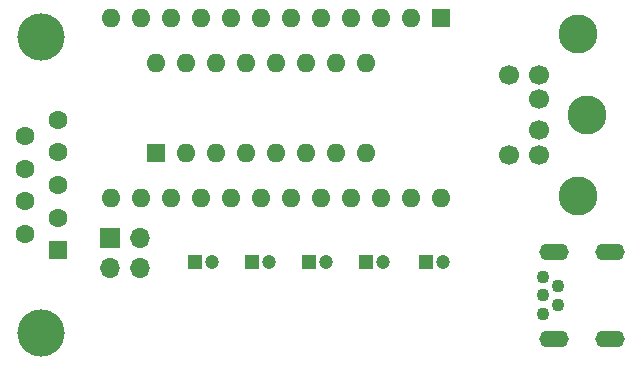
<source format=gbr>
%TF.GenerationSoftware,KiCad,Pcbnew,5.1.8*%
%TF.CreationDate,2020-12-08T11:40:13+01:00*%
%TF.ProjectId,ps2-serial-mouse-adapter,7073322d-7365-4726-9961-6c2d6d6f7573,0.6*%
%TF.SameCoordinates,Original*%
%TF.FileFunction,Soldermask,Bot*%
%TF.FilePolarity,Negative*%
%FSLAX46Y46*%
G04 Gerber Fmt 4.6, Leading zero omitted, Abs format (unit mm)*
G04 Created by KiCad (PCBNEW 5.1.8) date 2020-12-08 11:40:13*
%MOMM*%
%LPD*%
G01*
G04 APERTURE LIST*
%ADD10C,3.300000*%
%ADD11C,1.700000*%
%ADD12O,1.700000X1.700000*%
%ADD13R,1.700000X1.700000*%
%ADD14C,1.200000*%
%ADD15R,1.200000X1.200000*%
%ADD16O,1.600000X1.600000*%
%ADD17R,1.600000X1.600000*%
%ADD18C,4.000000*%
%ADD19C,1.600000*%
%ADD20O,2.500000X1.400000*%
%ADD21C,1.100000*%
G04 APERTURE END LIST*
D10*
%TO.C,MOUSE1*%
X136042500Y-57856500D03*
X136042500Y-71556500D03*
X136842500Y-64706500D03*
D11*
X132762500Y-63406500D03*
X132762500Y-66006500D03*
X132762500Y-61306500D03*
X130262500Y-61306500D03*
X132762500Y-68106500D03*
X130262500Y-68106500D03*
%TD*%
D12*
%TO.C,JP1*%
X98996500Y-77724000D03*
X98996500Y-75184000D03*
X96456500Y-77724000D03*
D13*
X96456500Y-75184000D03*
%TD*%
D14*
%TO.C,C2*%
X124690000Y-77216000D03*
D15*
X123190000Y-77216000D03*
%TD*%
D16*
%TO.C,U1*%
X124460000Y-71755000D03*
X96520000Y-56515000D03*
X121920000Y-71755000D03*
X99060000Y-56515000D03*
X119380000Y-71755000D03*
X101600000Y-56515000D03*
X116840000Y-71755000D03*
X104140000Y-56515000D03*
X114300000Y-71755000D03*
X106680000Y-56515000D03*
X111760000Y-71755000D03*
X109220000Y-56515000D03*
X109220000Y-71755000D03*
X111760000Y-56515000D03*
X106680000Y-71755000D03*
X114300000Y-56515000D03*
X104140000Y-71755000D03*
X116840000Y-56515000D03*
X101600000Y-71755000D03*
X119380000Y-56515000D03*
X99060000Y-71755000D03*
X121920000Y-56515000D03*
X96520000Y-71755000D03*
D17*
X124460000Y-56515000D03*
%TD*%
D14*
%TO.C,C5*%
X119610000Y-77216000D03*
D15*
X118110000Y-77216000D03*
%TD*%
D18*
%TO.C,RS232*%
X90655000Y-83160000D03*
X90655000Y-58160000D03*
D19*
X89235000Y-66505000D03*
X89235000Y-69275000D03*
X89235000Y-72045000D03*
X89235000Y-74815000D03*
X92075000Y-65120000D03*
X92075000Y-67890000D03*
X92075000Y-70660000D03*
X92075000Y-73430000D03*
D17*
X92075000Y-76200000D03*
%TD*%
D16*
%TO.C,U2*%
X100330000Y-60325000D03*
X118110000Y-67945000D03*
X102870000Y-60325000D03*
X115570000Y-67945000D03*
X105410000Y-60325000D03*
X113030000Y-67945000D03*
X107950000Y-60325000D03*
X110490000Y-67945000D03*
X110490000Y-60325000D03*
X107950000Y-67945000D03*
X113030000Y-60325000D03*
X105410000Y-67945000D03*
X115570000Y-60325000D03*
X102870000Y-67945000D03*
X118110000Y-60325000D03*
D17*
X100330000Y-67945000D03*
%TD*%
D20*
%TO.C,PWR1*%
X138809500Y-76310000D03*
X138809500Y-83710000D03*
X134059500Y-83710000D03*
X134059500Y-76310000D03*
D21*
X134359500Y-79210000D03*
X134359500Y-80810000D03*
X133159500Y-81610000D03*
X133159500Y-78410000D03*
X133159500Y-80010000D03*
%TD*%
D14*
%TO.C,C4*%
X105132000Y-77216000D03*
D15*
X103632000Y-77216000D03*
%TD*%
D14*
%TO.C,C3*%
X114784000Y-77216000D03*
D15*
X113284000Y-77216000D03*
%TD*%
D14*
%TO.C,C1*%
X109958000Y-77216000D03*
D15*
X108458000Y-77216000D03*
%TD*%
M02*

</source>
